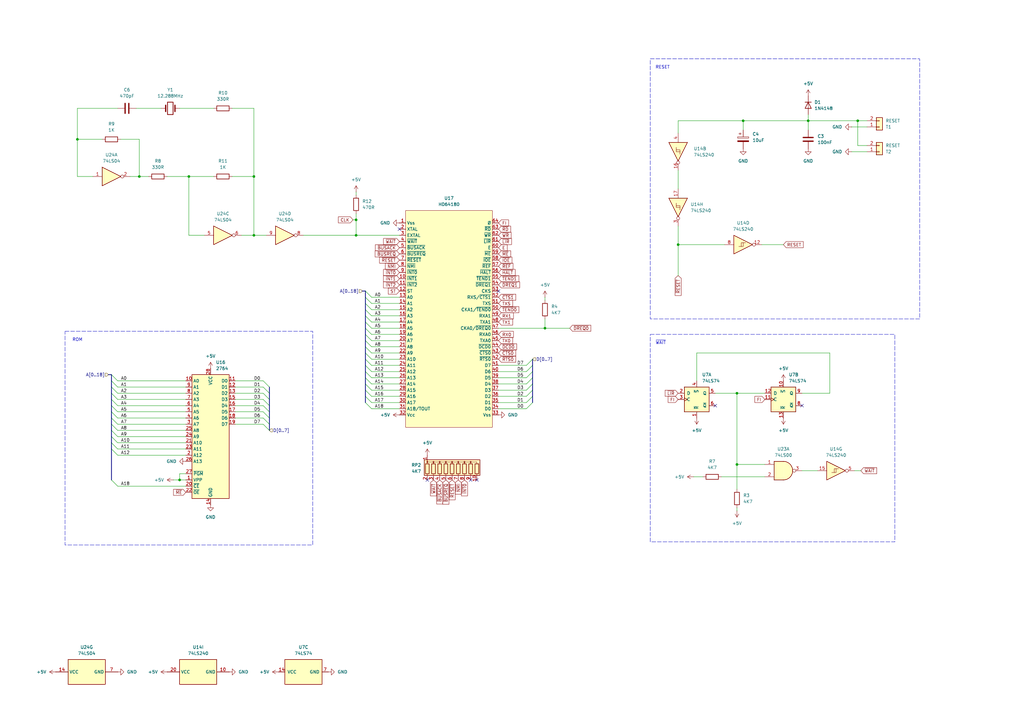
<source format=kicad_sch>
(kicad_sch (version 20231120) (generator "eeschema") (generator_version "8.0")
  (paper "A3")
  (lib_symbols
    (symbol "74xx:74LS00" (pin_names (offset 1.016))
      (property "Reference" "U" (at 0 1.27 0))
      (property "Value" "74LS00" (at 0 -1.27 0))
      (symbol "74LS00_1_1"
        (pin input line (at -7.62 2.54 0) (length 3.81) (name "~") (number "1"))
        (pin input line (at -7.62 -2.54 0) (length 3.81) (name "~") (number "2"))
        (pin output inverted (at 7.62 0 180) (length 3.81) (name "~") (number "3"))
      )
      (symbol "74LS00_1_2"
        (pin input inverted (at -7.62 2.54 0) (length 4.318) (name "~") (number "1"))
        (pin input inverted (at -7.62 -2.54 0) (length 4.318) (name "~") (number "2"))
        (pin output line (at 7.62 0 180) (length 3.81) (name "~") (number "3"))
      )
      (symbol "74LS00_2_1"
        (pin input line (at -7.62 2.54 0) (length 3.81) (name "~") (number "4"))
        (pin input line (at -7.62 -2.54 0) (length 3.81) (name "~") (number "5"))
        (pin output inverted (at 7.62 0 180) (length 3.81) (name "~") (number "6"))
      )
      (symbol "74LS00_2_2"
        (pin input inverted (at -7.62 2.54 0) (length 4.318) (name "~") (number "4"))
        (pin input inverted (at -7.62 -2.54 0) (length 4.318) (name "~") (number "5"))
        (pin output line (at 7.62 0 180) (length 3.81) (name "~") (number "6"))
      )
      (symbol "74LS00_3_1"
        (pin input line (at -7.62 -2.54 0) (length 3.81) (name "~") (number "10"))
        (pin output inverted (at 7.62 0 180) (length 3.81) (name "~") (number "8"))
        (pin input line (at -7.62 2.54 0) (length 3.81) (name "~") (number "9"))
      )
      (symbol "74LS00_3_2"
        (pin input inverted (at -7.62 -2.54 0) (length 4.318) (name "~") (number "10"))
        (pin output line (at 7.62 0 180) (length 3.81) (name "~") (number "8"))
        (pin input inverted (at -7.62 2.54 0) (length 4.318) (name "~") (number "9"))
      )
      (symbol "74LS00_4_1"
        (pin output inverted (at 7.62 0 180) (length 3.81) (name "~") (number "11"))
        (pin input line (at -7.62 2.54 0) (length 3.81) (name "~") (number "12"))
        (pin input line (at -7.62 -2.54 0) (length 3.81) (name "~") (number "13"))
      )
      (symbol "74LS00_4_2"
        (pin output line (at 7.62 0 180) (length 3.81) (name "~") (number "11"))
        (pin input inverted (at -7.62 2.54 0) (length 4.318) (name "~") (number "12"))
        (pin input inverted (at -7.62 -2.54 0) (length 4.318) (name "~") (number "13"))
      )
      (symbol "74LS00_5_0"
        (pin power_in line (at 0 12.7 270) (length 5.08) (name "VCC") (number "14"))
        (pin power_in line (at 0 -12.7 90) (length 5.08) (name "GND") (number "7"))
      )
    )
    (symbol "74xx:74LS04"
      (property "Reference" "U" (at 0 1.27 0))
      (property "Value" "74LS04" (at 0 -1.27 0))
      (symbol "74LS04_1_0"
        (pin input line (at -7.62 0 0) (length 3.81) (name "~") (number "1"))
        (pin output inverted (at 7.62 0 180) (length 3.81) (name "~") (number "2"))
      )
      (symbol "74LS04_2_0"
        (pin input line (at -7.62 0 0) (length 3.81) (name "~") (number "3"))
        (pin output inverted (at 7.62 0 180) (length 3.81) (name "~") (number "4"))
      )
      (symbol "74LS04_3_0"
        (pin input line (at -7.62 0 0) (length 3.81) (name "~") (number "5"))
        (pin output inverted (at 7.62 0 180) (length 3.81) (name "~") (number "6"))
      )
      (symbol "74LS04_4_0"
        (pin output inverted (at 7.62 0 180) (length 3.81) (name "~") (number "8"))
        (pin input line (at -7.62 0 0) (length 3.81) (name "~") (number "9"))
      )
      (symbol "74LS04_5_0"
        (pin output inverted (at 7.62 0 180) (length 3.81) (name "~") (number "10"))
        (pin input line (at -7.62 0 0) (length 3.81) (name "~") (number "11"))
      )
      (symbol "74LS04_6_0"
        (pin output inverted (at 7.62 0 180) (length 3.81) (name "~") (number "12"))
        (pin input line (at -7.62 0 0) (length 3.81) (name "~") (number "13"))
      )
      (symbol "74LS04_7_0"
        (pin power_in line (at 0 12.7 270) (length 5.08) (name "VCC") (number "14"))
        (pin power_in line (at 0 -12.7 90) (length 5.08) (name "GND") (number "7"))
      )
    )
    (symbol "74xx:74LS240_Split"
      (property "Reference" "U" (at 0 1.27 0))
      (property "Value" "74LS240_Split" (at 0 -1.27 0))
      (symbol "74LS240_Split_1_0"
        (pin input inverted (at 0 -6.35 90) (length 4.445) (name "~") (number "1"))
        (pin tri_state inverted (at 7.62 0 180) (length 3.81) (name "~") (number "18"))
        (pin input line (at -7.62 0 0) (length 3.81) (name "~") (number "2"))
      )
      (symbol "74LS240_Split_2_0"
        (pin tri_state inverted (at 7.62 0 180) (length 3.81) (name "~") (number "16"))
        (pin input line (at -7.62 0 0) (length 3.81) (name "~") (number "4"))
      )
      (symbol "74LS240_Split_3_0"
        (pin tri_state inverted (at 7.62 0 180) (length 3.81) (name "~") (number "14"))
        (pin input line (at -7.62 0 0) (length 3.81) (name "~") (number "6"))
      )
      (symbol "74LS240_Split_4_0"
        (pin tri_state inverted (at 7.62 0 180) (length 3.81) (name "~") (number "12"))
        (pin input line (at -7.62 0 0) (length 3.81) (name "~") (number "8"))
      )
      (symbol "74LS240_Split_5_0"
        (pin input line (at -7.62 0 0) (length 3.81) (name "~") (number "11"))
        (pin input inverted (at 0 -6.35 90) (length 4.445) (name "~") (number "19"))
        (pin tri_state inverted (at 7.62 0 180) (length 3.81) (name "~") (number "9"))
      )
      (symbol "74LS240_Split_6_0"
        (pin input line (at -7.62 0 0) (length 3.81) (name "~") (number "13"))
        (pin tri_state inverted (at 7.62 0 180) (length 3.81) (name "~") (number "7"))
      )
      (symbol "74LS240_Split_7_0"
        (pin input line (at -7.62 0 0) (length 3.81) (name "~") (number "15"))
        (pin tri_state inverted (at 7.62 0 180) (length 3.81) (name "~") (number "5"))
      )
      (symbol "74LS240_Split_8_0"
        (pin input line (at -7.62 0 0) (length 3.81) (name "~") (number "17"))
        (pin tri_state inverted (at 7.62 0 180) (length 3.81) (name "~") (number "3"))
      )
      (symbol "74LS240_Split_9_0"
        (pin power_in line (at 0 -12.7 90) (length 5.08) (name "GND") (number "10"))
        (pin power_in line (at 0 12.7 270) (length 5.08) (name "VCC") (number "20"))
      )
    )
    (symbol "74xx:74LS74" (pin_names (offset 1.016))
      (property "Reference" "U" (at -7.62 8.89 0))
      (property "Value" "74LS74" (at -7.62 -8.89 0))
      (symbol "74LS74_1_0"
        (pin input line (at 0 -7.62 90) (length 2.54) (name "~{R}") (number "1"))
        (pin input line (at -7.62 2.54 0) (length 2.54) (name "D") (number "2"))
        (pin input clock (at -7.62 0 0) (length 2.54) (name "C") (number "3"))
        (pin input line (at 0 7.62 270) (length 2.54) (name "~{S}") (number "4"))
        (pin output line (at 7.62 2.54 180) (length 2.54) (name "Q") (number "5"))
        (pin output line (at 7.62 -2.54 180) (length 2.54) (name "~{Q}") (number "6"))
      )
      (symbol "74LS74_2_0"
        (pin input line (at 0 7.62 270) (length 2.54) (name "~{S}") (number "10"))
        (pin input clock (at -7.62 0 0) (length 2.54) (name "C") (number "11"))
        (pin input line (at -7.62 2.54 0) (length 2.54) (name "D") (number "12"))
        (pin input line (at 0 -7.62 90) (length 2.54) (name "~{R}") (number "13"))
        (pin output line (at 7.62 -2.54 180) (length 2.54) (name "~{Q}") (number "8"))
        (pin output line (at 7.62 2.54 180) (length 2.54) (name "Q") (number "9"))
      )
      (symbol "74LS74_3_0"
        (pin power_in line (at 0 10.16 270) (length 2.54) (name "VCC") (number "14"))
        (pin power_in line (at 0 -10.16 90) (length 2.54) (name "GND") (number "7"))
      )
    )
    (symbol "Connector_Generic:Conn_01x02" (pin_names (offset 1.016) hide)
      (property "Reference" "J" (at 0 2.54 0))
      (property "Value" "Conn_01x02" (at 0 -5.08 0))
      (symbol "Conn_01x02_1_1"
        (pin passive line (at -5.08 0 0) (length 3.81) (name "Pin_1") (number "1"))
        (pin passive line (at -5.08 -2.54 0) (length 3.81) (name "Pin_2") (number "2"))
      )
    )
    (symbol "Device:C" (pin_numbers hide) (pin_names (offset 0.254))
      (property "Reference" "C" (at 0.635 2.54 0))
      (property "Value" "C" (at 0.635 -2.54 0))
      (symbol "C_1_1"
        (pin passive line (at 0 3.81 270) (length 2.794) (name "~") (number "1"))
        (pin passive line (at 0 -3.81 90) (length 2.794) (name "~") (number "2"))
      )
    )
    (symbol "Device:C_Polarized" (pin_numbers hide) (pin_names (offset 0.254))
      (property "Reference" "C" (at 0.635 2.54 0))
      (property "Value" "C_Polarized" (at 0.635 -2.54 0))
      (symbol "C_Polarized_1_1"
        (pin passive line (at 0 3.81 270) (length 2.794) (name "~") (number "1"))
        (pin passive line (at 0 -3.81 90) (length 2.794) (name "~") (number "2"))
      )
    )
    (symbol "Device:Crystal" (pin_numbers hide) (pin_names (offset 1.016) hide)
      (property "Reference" "Y" (at 0 3.81 0))
      (property "Value" "Crystal" (at 0 -3.81 0))
      (symbol "Crystal_1_1"
        (pin passive line (at -3.81 0 0) (length 1.27) (name "1") (number "1"))
        (pin passive line (at 3.81 0 180) (length 1.27) (name "2") (number "2"))
      )
    )
    (symbol "Device:R" (pin_numbers hide) (pin_names (offset 0))
      (property "Reference" "R" (at 2.032 0 90))
      (property "Value" "R" (at 0 0 90))
      (symbol "R_1_1"
        (pin passive line (at 0 3.81 270) (length 1.27) (name "~") (number "1"))
        (pin passive line (at 0 -3.81 90) (length 1.27) (name "~") (number "2"))
      )
    )
    (symbol "Device:R_Network09" (pin_names (offset 0) hide)
      (property "Reference" "RN" (at -12.7 0 90))
      (property "Value" "R_Network09" (at 12.7 0 90))
      (symbol "R_Network09_1_1"
        (pin passive line (at -10.16 5.08 270) (length 2.54) (name "common") (number "1"))
        (pin passive line (at 10.16 -5.08 90) (length 1.27) (name "R9") (number "10"))
        (pin passive line (at -10.16 -5.08 90) (length 1.27) (name "R1") (number "2"))
        (pin passive line (at -7.62 -5.08 90) (length 1.27) (name "R2") (number "3"))
        (pin passive line (at -5.08 -5.08 90) (length 1.27) (name "R3") (number "4"))
        (pin passive line (at -2.54 -5.08 90) (length 1.27) (name "R4") (number "5"))
        (pin passive line (at 0 -5.08 90) (length 1.27) (name "R5") (number "6"))
        (pin passive line (at 2.54 -5.08 90) (length 1.27) (name "R6") (number "7"))
        (pin passive line (at 5.08 -5.08 90) (length 1.27) (name "R7") (number "8"))
        (pin passive line (at 7.62 -5.08 90) (length 1.27) (name "R8") (number "9"))
      )
    )
    (symbol "Diode:1N4148" (pin_numbers hide) (pin_names hide)
      (property "Reference" "D" (at 0 2.54 0))
      (property "Value" "1N4148" (at 0 -2.54 0))
      (symbol "1N4148_1_1"
        (pin passive line (at -3.81 0 0) (length 2.54) (name "K") (number "1"))
        (pin passive line (at 3.81 0 180) (length 2.54) (name "A") (number "2"))
      )
    )
    (symbol "Memory_EPROM:27C128"
      (property "Reference" "U" (at -7.62 26.67 0))
      (property "Value" "27C128" (at 2.54 -26.67 0))
      (symbol "27C128_1_1"
        (pin input line (at -10.16 -17.78 0) (length 2.54) (name "VPP") (number "1"))
        (pin input line (at -10.16 22.86 0) (length 2.54) (name "A0") (number "10"))
        (pin tri_state line (at 10.16 22.86 180) (length 2.54) (name "D0") (number "11"))
        (pin tri_state line (at 10.16 20.32 180) (length 2.54) (name "D1") (number "12"))
        (pin tri_state line (at 10.16 17.78 180) (length 2.54) (name "D2") (number "13"))
        (pin power_in line (at 0 -27.94 90) (length 2.54) (name "GND") (number "14"))
        (pin tri_state line (at 10.16 15.24 180) (length 2.54) (name "D3") (number "15"))
        (pin tri_state line (at 10.16 12.7 180) (length 2.54) (name "D4") (number "16"))
        (pin tri_state line (at 10.16 10.16 180) (length 2.54) (name "D5") (number "17"))
        (pin tri_state line (at 10.16 7.62 180) (length 2.54) (name "D6") (number "18"))
        (pin tri_state line (at 10.16 5.08 180) (length 2.54) (name "D7") (number "19"))
        (pin input line (at -10.16 -7.62 0) (length 2.54) (name "A12") (number "2"))
        (pin input line (at -10.16 -20.32 0) (length 2.54) (name "~{CE}") (number "20"))
        (pin input line (at -10.16 -2.54 0) (length 2.54) (name "A10") (number "21"))
        (pin input line (at -10.16 -22.86 0) (length 2.54) (name "~{OE}") (number "22"))
        (pin input line (at -10.16 -5.08 0) (length 2.54) (name "A11") (number "23"))
        (pin input line (at -10.16 0 0) (length 2.54) (name "A9") (number "24"))
        (pin input line (at -10.16 2.54 0) (length 2.54) (name "A8") (number "25"))
        (pin input line (at -10.16 -10.16 0) (length 2.54) (name "A13") (number "26"))
        (pin input line (at -10.16 -15.24 0) (length 2.54) (name "~{PGM}") (number "27"))
        (pin power_in line (at 0 27.94 270) (length 2.54) (name "VCC") (number "28"))
        (pin input line (at -10.16 5.08 0) (length 2.54) (name "A7") (number "3"))
        (pin input line (at -10.16 7.62 0) (length 2.54) (name "A6") (number "4"))
        (pin input line (at -10.16 10.16 0) (length 2.54) (name "A5") (number "5"))
        (pin input line (at -10.16 12.7 0) (length 2.54) (name "A4") (number "6"))
        (pin input line (at -10.16 15.24 0) (length 2.54) (name "A3") (number "7"))
        (pin input line (at -10.16 17.78 0) (length 2.54) (name "A2") (number "8"))
        (pin input line (at -10.16 20.32 0) (length 2.54) (name "A1") (number "9"))
      )
    )
    (symbol "TIM011:HD64180"
      (property "Reference" "U" (at 5.08 -46.482 0))
      (property "Value" "HD64180" (at 5.08 -48.514 0))
      (symbol "HD64180_0_0"
        (pin power_in line (at -20.32 39.37 0) (length 2.54) (name "Vss") (number "1"))
        (pin input line (at -20.32 16.51 0) (length 2.54) (name "~{INT1}") (number "10"))
        (pin input line (at -20.32 13.97 0) (length 2.54) (name "~{INT2}") (number "11"))
        (pin output line (at -20.32 11.43 0) (length 2.54) (name "ST") (number "12"))
        (pin output line (at -20.32 8.89 0) (length 2.54) (name "A0") (number "13"))
        (pin output line (at -20.32 6.35 0) (length 2.54) (name "A1") (number "14"))
        (pin output line (at -20.32 3.81 0) (length 2.54) (name "A2") (number "15"))
        (pin output line (at -20.32 1.27 0) (length 2.54) (name "A3") (number "16"))
        (pin output line (at -20.32 -1.27 0) (length 2.54) (name "A4") (number "17"))
        (pin output line (at -20.32 -3.81 0) (length 2.54) (name "A5") (number "18"))
        (pin output line (at -20.32 -6.35 0) (length 2.54) (name "A6") (number "19"))
        (pin input line (at -20.32 36.83 0) (length 2.54) (name "XTAL") (number "2"))
        (pin output line (at -20.32 -8.89 0) (length 2.54) (name "A7") (number "20"))
        (pin output line (at -20.32 -11.43 0) (length 2.54) (name "A8") (number "21"))
        (pin output line (at -20.32 -13.97 0) (length 2.54) (name "A9") (number "22"))
        (pin output line (at -20.32 -16.51 0) (length 2.54) (name "A10") (number "23"))
        (pin output line (at -20.32 -19.05 0) (length 2.54) (name "A11") (number "24"))
        (pin output line (at -20.32 -21.59 0) (length 2.54) (name "A12") (number "25"))
        (pin output line (at -20.32 -24.13 0) (length 2.54) (name "A13") (number "26"))
        (pin output line (at -20.32 -26.67 0) (length 2.54) (name "A14") (number "27"))
        (pin output line (at -20.32 -29.21 0) (length 2.54) (name "A15") (number "28"))
        (pin output line (at -20.32 -31.75 0) (length 2.54) (name "A16") (number "29"))
        (pin input line (at -20.32 34.29 0) (length 2.54) (name "EXTAL") (number "3"))
        (pin output line (at -20.32 -34.29 0) (length 2.54) (name "A17") (number "30"))
        (pin output line (at -20.32 -36.83 0) (length 2.54) (name "A18/TOUT") (number "31"))
        (pin power_in line (at -20.32 -39.37 0) (length 2.54) (name "Vcc") (number "32"))
        (pin power_in line (at 20.32 -39.37 180) (length 2.54) (name "Vss") (number "33"))
        (pin bidirectional line (at 20.32 -36.83 180) (length 2.54) (name "D0") (number "34"))
        (pin bidirectional line (at 20.32 -34.29 180) (length 2.54) (name "D1") (number "35"))
        (pin bidirectional line (at 20.32 -31.75 180) (length 2.54) (name "D2") (number "36"))
        (pin bidirectional line (at 20.32 -29.21 180) (length 2.54) (name "D3") (number "37"))
        (pin bidirectional line (at 20.32 -26.67 180) (length 2.54) (name "D4") (number "38"))
        (pin bidirectional line (at 20.32 -24.13 180) (length 2.54) (name "D5") (number "39"))
        (pin output line (at -20.32 31.75 0) (length 2.54) (name "~{WAIT}") (number "4"))
        (pin bidirectional line (at 20.32 -21.59 180) (length 2.54) (name "D6") (number "40"))
        (pin bidirectional line (at 20.32 -19.05 180) (length 2.54) (name "D7") (number "41"))
        (pin input line (at 20.32 -13.97 180) (length 2.54) (name "~{CTS0}") (number "43"))
        (pin input line (at 20.32 -11.43 180) (length 2.54) (name "~{DCD0}") (number "44"))
        (pin output line (at 20.32 -8.89 180) (length 2.54) (name "TXA0") (number "45"))
        (pin input line (at 20.32 -6.35 180) (length 2.54) (name "RXA0") (number "46"))
        (pin bidirectional line (at 20.32 -3.81 180) (length 2.54) (name "CKA0/~{DREQ0}") (number "47"))
        (pin output line (at 20.32 -1.27 180) (length 2.54) (name "TXA1") (number "48"))
        (pin input line (at 20.32 1.27 180) (length 2.54) (name "RXA1") (number "49"))
        (pin output line (at -20.32 29.21 0) (length 2.54) (name "~{BUSACK}") (number "5"))
        (pin bidirectional line (at 20.32 3.81 180) (length 2.54) (name "CKA1/~{TEND0}") (number "50"))
        (pin output line (at 20.32 6.35 180) (length 2.54) (name "TXS") (number "51"))
        (pin input line (at 20.32 8.89 180) (length 2.54) (name "RXS/~{CTS1}") (number "52"))
        (pin bidirectional line (at 20.32 11.43 180) (length 2.54) (name "CKS") (number "53"))
        (pin input line (at 20.32 13.97 180) (length 2.54) (name "~{DREQ1}") (number "54"))
        (pin output line (at 20.32 16.51 180) (length 2.54) (name "~{TEND1}") (number "55"))
        (pin output line (at 20.32 19.05 180) (length 2.54) (name "~{HALT}") (number "56"))
        (pin output line (at 20.32 21.59 180) (length 2.54) (name "~{REF}") (number "57"))
        (pin output line (at 20.32 24.13 180) (length 2.54) (name "~{IOE}") (number "58"))
        (pin output line (at 20.32 26.67 180) (length 2.54) (name "~{ME}") (number "59"))
        (pin input line (at -20.32 26.67 0) (length 2.54) (name "~{BUSREQ}") (number "6"))
        (pin output line (at 20.32 29.21 180) (length 2.54) (name "E") (number "60"))
        (pin output line (at 20.32 31.75 180) (length 2.54) (name "~{LIR}") (number "61"))
        (pin output line (at 20.32 34.29 180) (length 2.54) (name "~{WR}") (number "62"))
        (pin output line (at 20.32 36.83 180) (length 2.54) (name "~{RD}") (number "63"))
        (pin output line (at 20.32 39.37 180) (length 2.54) (name "Ø") (number "64"))
        (pin input line (at -20.32 24.13 0) (length 2.54) (name "~{RESET}") (number "7"))
        (pin input line (at -20.32 21.59 0) (length 2.54) (name "~{NMI}") (number "8"))
        (pin input line (at -20.32 19.05 0) (length 2.54) (name "~{INT0}") (number "9"))
      )
      (symbol "HD64180_1_0"
        (pin output line (at 20.32 -16.51 180) (length 2.54) (name "~{RTS0}") (number "42"))
      )
    )
    (symbol "power:+5V" (power) (pin_numbers hide) (pin_names (offset 0) hide)
      (property "Value" "+5V" (at 0 3.556 0))
      (symbol "+5V_1_1"
        (pin power_in line (at 0 0 90) (length 0) (name "~") (number "1"))
      )
    )
    (symbol "power:GND" (power) (pin_numbers hide) (pin_names (offset 0) hide)
      (property "Value" "GND" (at 0 -3.81 0))
      (symbol "GND_1_1"
        (pin power_in line (at 0 0 270) (length 0) (name "~") (number "1"))
      )
    )
  )
  (junction (at 351.79 49.53))
  (junction (at 104.14 72.39))
  (junction (at 304.8 49.53))
  (junction (at 331.47 49.53))
  (junction (at 57.15 72.39))
  (junction (at 104.14 96.52))
  (junction (at 278.13 100.33))
  (junction (at 146.05 90.17))
  (junction (at 77.47 72.39))
  (junction (at 223.52 134.62))
  (junction (at 73.66 196.85))
  (junction (at 146.05 96.52))
  (junction (at 302.26 161.29))
  (junction (at 302.26 190.5))
  (junction (at 31.75 57.15))
  (no_connect (at 175.26 196.85))
  (no_connect (at 195.58 196.85))
  (no_connect (at 328.93 166.37))
  (no_connect (at 204.47 119.38))
  (no_connect (at 293.37 166.37))
  (no_connect (at 193.04 196.85))
  (no_connect (at 163.83 93.98))
  (bus_entry (at 149.86 157.48) (size 2.54 2.54))
  (bus_entry (at 149.86 132.08) (size 2.54 2.54))
  (bus_entry (at 149.86 137.16) (size 2.54 2.54))
  (bus_entry (at 149.86 160.02) (size 2.54 2.54))
  (bus_entry (at 107.95 158.75) (size 2.54 2.54))
  (bus_entry (at 149.86 162.56) (size 2.54 2.54))
  (bus_entry (at 149.86 134.62) (size 2.54 2.54))
  (bus_entry (at 107.95 163.83) (size 2.54 2.54))
  (bus_entry (at 45.72 196.85) (size 2.54 2.54))
  (bus_entry (at 107.95 166.37) (size 2.54 2.54))
  (bus_entry (at 107.95 168.91) (size 2.54 2.54))
  (bus_entry (at 215.9 160.02) (size 2.54 -2.54))
  (bus_entry (at 45.72 158.75) (size 2.54 2.54))
  (bus_entry (at 215.9 157.48) (size 2.54 -2.54))
  (bus_entry (at 45.72 176.53) (size 2.54 2.54))
  (bus_entry (at 215.9 149.86) (size 2.54 -2.54))
  (bus_entry (at 215.9 152.4) (size 2.54 -2.54))
  (bus_entry (at 149.86 124.46) (size 2.54 2.54))
  (bus_entry (at 45.72 168.91) (size 2.54 2.54))
  (bus_entry (at 149.86 142.24) (size 2.54 2.54))
  (bus_entry (at 149.86 165.1) (size 2.54 2.54))
  (bus_entry (at 149.86 129.54) (size 2.54 2.54))
  (bus_entry (at 149.86 127) (size 2.54 2.54))
  (bus_entry (at 149.86 144.78) (size 2.54 2.54))
  (bus_entry (at 107.95 171.45) (size 2.54 2.54))
  (bus_entry (at 45.72 181.61) (size 2.54 2.54))
  (bus_entry (at 149.86 121.92) (size 2.54 2.54))
  (bus_entry (at 107.95 173.99) (size 2.54 2.54))
  (bus_entry (at 45.72 179.07) (size 2.54 2.54))
  (bus_entry (at 45.72 171.45) (size 2.54 2.54))
  (bus_entry (at 215.9 165.1) (size 2.54 -2.54))
  (bus_entry (at 215.9 167.64) (size 2.54 -2.54))
  (bus_entry (at 45.72 184.15) (size 2.54 2.54))
  (bus_entry (at 45.72 173.99) (size 2.54 2.54))
  (bus_entry (at 215.9 154.94) (size 2.54 -2.54))
  (bus_entry (at 149.86 154.94) (size 2.54 2.54))
  (bus_entry (at 107.95 156.21) (size 2.54 2.54))
  (bus_entry (at 149.86 147.32) (size 2.54 2.54))
  (bus_entry (at 149.86 139.7) (size 2.54 2.54))
  (bus_entry (at 149.86 149.86) (size 2.54 2.54))
  (bus_entry (at 215.9 162.56) (size 2.54 -2.54))
  (bus_entry (at 45.72 161.29) (size 2.54 2.54))
  (bus_entry (at 45.72 163.83) (size 2.54 2.54))
  (bus_entry (at 107.95 161.29) (size 2.54 2.54))
  (bus_entry (at 45.72 166.37) (size 2.54 2.54))
  (bus_entry (at 149.86 119.38) (size 2.54 2.54))
  (bus_entry (at 45.72 156.21) (size 2.54 2.54))
  (bus_entry (at 45.72 153.67) (size 2.54 2.54))
  (bus_entry (at 149.86 152.4) (size 2.54 2.54))
  (bus (pts (xy 149.86 152.4) (xy 149.86 154.94)))
  (bus (pts (xy 110.49 173.99) (xy 110.49 171.45)))
  (wire (pts (xy 76.2 194.31) (xy 73.66 194.31)))
  (wire (pts (xy 152.4 157.48) (xy 163.83 157.48)))
  (wire (pts (xy 96.52 161.29) (xy 107.95 161.29)))
  (wire (pts (xy 104.14 96.52) (xy 109.22 96.52)))
  (wire (pts (xy 104.14 44.45) (xy 104.14 72.39)))
  (bus (pts (xy 110.49 161.29) (xy 110.49 158.75)))
  (bus (pts (xy 149.86 162.56) (xy 149.86 165.1)))
  (wire (pts (xy 204.47 157.48) (xy 215.9 157.48)))
  (wire (pts (xy 152.4 149.86) (xy 163.83 149.86)))
  (wire (pts (xy 152.4 147.32) (xy 163.83 147.32)))
  (wire (pts (xy 48.26 199.39) (xy 76.2 199.39)))
  (wire (pts (xy 96.52 156.21) (xy 107.95 156.21)))
  (wire (pts (xy 124.46 96.52) (xy 146.05 96.52)))
  (wire (pts (xy 331.47 49.53) (xy 351.79 49.53)))
  (wire (pts (xy 38.1 72.39) (xy 31.75 72.39)))
  (wire (pts (xy 48.26 161.29) (xy 76.2 161.29)))
  (bus (pts (xy 45.72 156.21) (xy 45.72 158.75)))
  (wire (pts (xy 304.8 49.53) (xy 304.8 53.34)))
  (wire (pts (xy 302.26 161.29) (xy 313.69 161.29)))
  (bus (pts (xy 45.72 176.53) (xy 45.72 179.07)))
  (wire (pts (xy 152.4 154.94) (xy 163.83 154.94)))
  (bus (pts (xy 149.86 119.38) (xy 149.86 121.92)))
  (bus (pts (xy 149.86 129.54) (xy 149.86 132.08)))
  (wire (pts (xy 152.4 127) (xy 163.83 127)))
  (bus (pts (xy 45.72 168.91) (xy 45.72 171.45)))
  (wire (pts (xy 48.26 176.53) (xy 76.2 176.53)))
  (wire (pts (xy 96.52 168.91) (xy 107.95 168.91)))
  (wire (pts (xy 95.25 44.45) (xy 104.14 44.45)))
  (wire (pts (xy 340.36 161.29) (xy 328.93 161.29)))
  (wire (pts (xy 48.26 186.69) (xy 76.2 186.69)))
  (wire (pts (xy 48.26 168.91) (xy 76.2 168.91)))
  (bus (pts (xy 149.86 139.7) (xy 149.86 142.24)))
  (wire (pts (xy 152.4 165.1) (xy 163.83 165.1)))
  (wire (pts (xy 73.66 44.45) (xy 87.63 44.45)))
  (wire (pts (xy 285.75 156.21) (xy 285.75 144.78)))
  (wire (pts (xy 204.47 165.1) (xy 215.9 165.1)))
  (bus (pts (xy 149.86 127) (xy 149.86 129.54)))
  (wire (pts (xy 83.82 96.52) (xy 77.47 96.52)))
  (bus (pts (xy 45.72 173.99) (xy 45.72 176.53)))
  (wire (pts (xy 233.68 134.62) (xy 223.52 134.62)))
  (bus (pts (xy 149.86 142.24) (xy 149.86 144.78)))
  (bus (pts (xy 44.45 153.67) (xy 45.72 153.67)))
  (wire (pts (xy 53.34 72.39) (xy 57.15 72.39)))
  (wire (pts (xy 223.52 121.92) (xy 223.52 123.19)))
  (wire (pts (xy 204.47 152.4) (xy 215.9 152.4)))
  (wire (pts (xy 302.26 190.5) (xy 302.26 200.66)))
  (wire (pts (xy 278.13 49.53) (xy 278.13 54.61)))
  (wire (pts (xy 73.66 196.85) (xy 76.2 196.85)))
  (wire (pts (xy 313.69 190.5) (xy 302.26 190.5)))
  (wire (pts (xy 152.4 142.24) (xy 163.83 142.24)))
  (wire (pts (xy 57.15 72.39) (xy 60.96 72.39)))
  (bus (pts (xy 149.86 137.16) (xy 149.86 139.7)))
  (bus (pts (xy 218.44 162.56) (xy 218.44 165.1)))
  (wire (pts (xy 48.26 163.83) (xy 76.2 163.83)))
  (wire (pts (xy 48.26 171.45) (xy 76.2 171.45)))
  (wire (pts (xy 31.75 57.15) (xy 41.91 57.15)))
  (wire (pts (xy 302.26 190.5) (xy 302.26 161.29)))
  (wire (pts (xy 48.26 156.21) (xy 76.2 156.21)))
  (wire (pts (xy 31.75 72.39) (xy 31.75 57.15)))
  (bus (pts (xy 110.49 166.37) (xy 110.49 163.83)))
  (bus (pts (xy 149.86 154.94) (xy 149.86 157.48)))
  (wire (pts (xy 302.26 209.55) (xy 302.26 208.28)))
  (wire (pts (xy 55.88 44.45) (xy 66.04 44.45)))
  (wire (pts (xy 351.79 59.69) (xy 351.79 49.53)))
  (wire (pts (xy 68.58 72.39) (xy 77.47 72.39)))
  (wire (pts (xy 355.6 59.69) (xy 351.79 59.69)))
  (bus (pts (xy 218.44 157.48) (xy 218.44 160.02)))
  (bus (pts (xy 148.59 119.38) (xy 149.86 119.38)))
  (wire (pts (xy 349.25 52.07) (xy 355.6 52.07)))
  (wire (pts (xy 204.47 154.94) (xy 215.9 154.94)))
  (wire (pts (xy 144.78 90.17) (xy 146.05 90.17)))
  (bus (pts (xy 45.72 153.67) (xy 45.72 156.21)))
  (bus (pts (xy 110.49 168.91) (xy 110.49 166.37)))
  (wire (pts (xy 278.13 100.33) (xy 278.13 113.03)))
  (wire (pts (xy 204.47 149.86) (xy 215.9 149.86)))
  (bus (pts (xy 149.86 132.08) (xy 149.86 134.62)))
  (bus (pts (xy 45.72 184.15) (xy 45.72 196.85)))
  (wire (pts (xy 152.4 137.16) (xy 163.83 137.16)))
  (wire (pts (xy 96.52 173.99) (xy 107.95 173.99)))
  (wire (pts (xy 349.25 62.23) (xy 355.6 62.23)))
  (wire (pts (xy 146.05 90.17) (xy 146.05 96.52)))
  (wire (pts (xy 304.8 49.53) (xy 278.13 49.53)))
  (wire (pts (xy 353.06 193.04) (xy 350.52 193.04)))
  (wire (pts (xy 152.4 167.64) (xy 163.83 167.64)))
  (bus (pts (xy 218.44 147.32) (xy 218.44 149.86)))
  (bus (pts (xy 45.72 166.37) (xy 45.72 168.91)))
  (wire (pts (xy 278.13 92.71) (xy 278.13 100.33)))
  (wire (pts (xy 152.4 139.7) (xy 163.83 139.7)))
  (wire (pts (xy 49.53 57.15) (xy 57.15 57.15)))
  (bus (pts (xy 149.86 124.46) (xy 149.86 127)))
  (bus (pts (xy 45.72 161.29) (xy 45.72 163.83)))
  (wire (pts (xy 48.26 158.75) (xy 76.2 158.75)))
  (wire (pts (xy 96.52 166.37) (xy 107.95 166.37)))
  (wire (pts (xy 48.26 166.37) (xy 76.2 166.37)))
  (wire (pts (xy 152.4 129.54) (xy 163.83 129.54)))
  (wire (pts (xy 204.47 160.02) (xy 215.9 160.02)))
  (wire (pts (xy 223.52 134.62) (xy 204.47 134.62)))
  (wire (pts (xy 340.36 144.78) (xy 340.36 161.29)))
  (wire (pts (xy 31.75 57.15) (xy 31.75 44.45)))
  (wire (pts (xy 77.47 96.52) (xy 77.47 72.39)))
  (bus (pts (xy 149.86 147.32) (xy 149.86 149.86)))
  (wire (pts (xy 48.26 184.15) (xy 76.2 184.15)))
  (bus (pts (xy 218.44 154.94) (xy 218.44 157.48)))
  (wire (pts (xy 152.4 124.46) (xy 163.83 124.46)))
  (bus (pts (xy 218.44 149.86) (xy 218.44 152.4)))
  (wire (pts (xy 152.4 132.08) (xy 163.83 132.08)))
  (bus (pts (xy 45.72 181.61) (xy 45.72 184.15)))
  (wire (pts (xy 146.05 96.52) (xy 163.83 96.52)))
  (bus (pts (xy 110.49 163.83) (xy 110.49 161.29)))
  (wire (pts (xy 48.26 179.07) (xy 76.2 179.07)))
  (wire (pts (xy 204.47 162.56) (xy 215.9 162.56)))
  (bus (pts (xy 45.72 179.07) (xy 45.72 181.61)))
  (wire (pts (xy 152.4 121.92) (xy 163.83 121.92)))
  (wire (pts (xy 31.75 44.45) (xy 48.26 44.45)))
  (bus (pts (xy 45.72 171.45) (xy 45.72 173.99)))
  (wire (pts (xy 152.4 144.78) (xy 163.83 144.78)))
  (bus (pts (xy 45.72 158.75) (xy 45.72 161.29)))
  (wire (pts (xy 57.15 57.15) (xy 57.15 72.39)))
  (wire (pts (xy 77.47 72.39) (xy 87.63 72.39)))
  (wire (pts (xy 95.25 72.39) (xy 104.14 72.39)))
  (wire (pts (xy 146.05 78.74) (xy 146.05 80.01)))
  (wire (pts (xy 96.52 171.45) (xy 107.95 171.45)))
  (wire (pts (xy 48.26 173.99) (xy 76.2 173.99)))
  (wire (pts (xy 71.12 196.85) (xy 73.66 196.85)))
  (bus (pts (xy 110.49 176.53) (xy 110.49 173.99)))
  (wire (pts (xy 96.52 163.83) (xy 107.95 163.83)))
  (bus (pts (xy 218.44 160.02) (xy 218.44 162.56)))
  (wire (pts (xy 351.79 49.53) (xy 355.6 49.53)))
  (wire (pts (xy 146.05 87.63) (xy 146.05 90.17)))
  (bus (pts (xy 149.86 157.48) (xy 149.86 160.02)))
  (wire (pts (xy 204.47 167.64) (xy 215.9 167.64)))
  (wire (pts (xy 331.47 49.53) (xy 331.47 46.99)))
  (wire (pts (xy 48.26 181.61) (xy 76.2 181.61)))
  (wire (pts (xy 99.06 96.52) (xy 104.14 96.52)))
  (wire (pts (xy 331.47 53.34) (xy 331.47 49.53)))
  (wire (pts (xy 295.91 195.58) (xy 313.69 195.58)))
  (wire (pts (xy 293.37 161.29) (xy 302.26 161.29)))
  (wire (pts (xy 223.52 130.81) (xy 223.52 134.62)))
  (wire (pts (xy 335.28 193.04) (xy 328.93 193.04)))
  (wire (pts (xy 312.42 100.33) (xy 321.31 100.33)))
  (bus (pts (xy 45.72 163.83) (xy 45.72 166.37)))
  (bus (pts (xy 149.86 149.86) (xy 149.86 152.4)))
  (wire (pts (xy 152.4 160.02) (xy 163.83 160.02)))
  (wire (pts (xy 331.47 49.53) (xy 304.8 49.53)))
  (wire (pts (xy 152.4 162.56) (xy 163.83 162.56)))
  (bus (pts (xy 218.44 152.4) (xy 218.44 154.94)))
  (wire (pts (xy 278.13 100.33) (xy 297.18 100.33)))
  (wire (pts (xy 285.75 144.78) (xy 340.36 144.78)))
  (wire (pts (xy 284.48 195.58) (xy 288.29 195.58)))
  (wire (pts (xy 278.13 77.47) (xy 278.13 69.85)))
  (bus (pts (xy 149.86 121.92) (xy 149.86 124.46)))
  (bus (pts (xy 110.49 171.45) (xy 110.49 168.91)))
  (wire (pts (xy 73.66 194.31) (xy 73.66 196.85)))
  (bus (pts (xy 149.86 144.78) (xy 149.86 147.32)))
  (wire (pts (xy 152.4 134.62) (xy 163.83 134.62)))
  (wire (pts (xy 96.52 158.75) (xy 107.95 158.75)))
  (bus (pts (xy 149.86 134.62) (xy 149.86 137.16)))
  (wire (pts (xy 104.14 72.39) (xy 104.14 96.52)))
  (bus (pts (xy 149.86 160.02) (xy 149.86 162.56)))
  (wire (pts (xy 152.4 152.4) (xy 163.83 152.4)))
  (rectangle (start 26.67 135.89) (end 128.27 223.52) (stroke (width 0) (type dash)))
  (rectangle (start 266.7 137.16) (end 367.03 222.25) (stroke (width 0) (type dash)))
  (rectangle (start 266.7 24.13) (end 377.19 130.81) (stroke (width 0) (type dash)))
  (text "ROM" (at 31.75 139.446 0) (effects (font (size 1.27 1.27))))
  (text "RESET" (at 271.78 27.686 0) (effects (font (size 1.27 1.27))))
  (text "~{WAIT}" (at 271.018 140.716 0) (effects (font (size 1.27 1.27))))
  (label "A1" (at 153.67 124.46 0))
  (label "A6" (at 153.67 137.16 0))
  (label "A18" (at 153.67 167.64 0))
  (label "D3" (at 104.14 163.83 0))
  (label "D0" (at 104.14 156.21 0))
  (label "A4" (at 153.67 132.08 0))
  (label "A6" (at 49.53 171.45 0))
  (label "D1" (at 212.09 165.1 0))
  (label "D6" (at 104.14 171.45 0))
  (label "A16" (at 153.67 162.56 0))
  (label "D1" (at 104.14 158.75 0))
  (label "A0" (at 49.53 156.21 0))
  (label "A11" (at 153.67 149.86 0))
  (label "A10" (at 49.53 181.61 0))
  (label "A3" (at 49.53 163.83 0))
  (label "A2" (at 49.53 161.29 0))
  (label "A9" (at 153.67 144.78 0))
  (label "D4" (at 212.09 157.48 0))
  (label "A15" (at 153.67 160.02 0))
  (label "D7" (at 104.14 173.99 0))
  (label "A2" (at 153.67 127 0))
  (label "D7" (at 212.09 149.86 0))
  (label "A1" (at 49.53 158.75 0))
  (label "A3" (at 153.67 129.54 0))
  (label "D3" (at 212.09 160.02 0))
  (label "D0" (at 212.09 167.64 0))
  (label "A8" (at 49.53 176.53 0))
  (label "D2" (at 104.14 161.29 0))
  (label "A7" (at 153.67 139.7 0))
  (label "A7" (at 49.53 173.99 0))
  (label "A13" (at 153.67 154.94 0))
  (label "A18" (at 49.53 199.39 0))
  (label "A10" (at 153.67 147.32 0))
  (label "A17" (at 153.67 165.1 0))
  (label "A5" (at 49.53 168.91 0))
  (label "A8" (at 153.67 142.24 0))
  (label "A0" (at 153.67 121.92 0))
  (label "A12" (at 153.67 152.4 0))
  (label "D2" (at 212.09 162.56 0))
  (label "A14" (at 153.67 157.48 0))
  (label "D4" (at 104.14 166.37 0))
  (label "A4" (at 49.53 166.37 0))
  (label "A9" (at 49.53 179.07 0))
  (label "A11" (at 49.53 184.15 0))
  (label "A12" (at 49.53 186.69 0))
  (label "D5" (at 104.14 168.91 0))
  (label "D6" (at 212.09 152.4 0))
  (label "A5" (at 153.67 134.62 0))
  (label "D5" (at 212.09 154.94 0))
  (global_label "~{DREQ0}" (shape input) (at 233.68 134.62 0) (property "Intersheetrefs" "${INTERSHEET_REFS}" (effects (hide yes))))
  (global_label "~{BUSACK}" (shape input) (at 180.34 196.85 270) (property "Intersheetrefs" "${INTERSHEET_REFS}" (effects (hide yes))))
  (global_label "TXS" (shape input) (at 204.47 124.46 0) (property "Intersheetrefs" "${INTERSHEET_REFS}" (effects (hide yes))))
  (global_label "~{DREQ1}" (shape input) (at 204.47 116.84 0) (property "Intersheetrefs" "${INTERSHEET_REFS}" (effects (hide yes))))
  (global_label "TX0" (shape input) (at 204.47 139.7 0) (property "Intersheetrefs" "${INTERSHEET_REFS}" (effects (hide yes))))
  (global_label "TX1" (shape input) (at 204.47 132.08 0) (property "Intersheetrefs" "${INTERSHEET_REFS}" (effects (hide yes))))
  (global_label "~{WAIT}" (shape input) (at 177.8 196.85 270) (property "Intersheetrefs" "${INTERSHEET_REFS}" (effects (hide yes))))
  (global_label "~{INT0}" (shape input) (at 163.83 111.76 180) (property "Intersheetrefs" "${INTERSHEET_REFS}" (effects (hide yes))))
  (global_label "~{RESET}" (shape input) (at 278.13 113.03 270) (property "Intersheetrefs" "${INTERSHEET_REFS}" (effects (hide yes))))
  (global_label "E" (shape input) (at 204.47 101.6 0) (property "Intersheetrefs" "${INTERSHEET_REFS}" (effects (hide yes))))
  (global_label "FI" (shape input) (at 204.47 91.44 0) (property "Intersheetrefs" "${INTERSHEET_REFS}" (effects (hide yes))))
  (global_label "~{TEND1}" (shape input) (at 204.47 114.3 0) (property "Intersheetrefs" "${INTERSHEET_REFS}" (effects (hide yes))))
  (global_label "~{NMI}" (shape input) (at 163.83 109.22 180) (property "Intersheetrefs" "${INTERSHEET_REFS}" (effects (hide yes))))
  (global_label "~{CTS0}" (shape input) (at 204.47 144.78 0) (property "Intersheetrefs" "${INTERSHEET_REFS}" (effects (hide yes))))
  (global_label "~{BUSACK}" (shape input) (at 163.83 101.6 180) (property "Intersheetrefs" "${INTERSHEET_REFS}" (effects (hide yes))))
  (global_label "FI" (shape input) (at 313.69 163.83 180) (property "Intersheetrefs" "${INTERSHEET_REFS}" (effects (hide yes))))
  (global_label "~{BUSREQ}" (shape input) (at 163.83 104.14 180) (property "Intersheetrefs" "${INTERSHEET_REFS}" (effects (hide yes))))
  (global_label "~{INT1}" (shape input) (at 163.83 114.3 180) (property "Intersheetrefs" "${INTERSHEET_REFS}" (effects (hide yes))))
  (global_label "ST" (shape input) (at 163.83 119.38 180) (property "Intersheetrefs" "${INTERSHEET_REFS}" (effects (hide yes))))
  (global_label "~{RD}" (shape input) (at 204.47 93.98 0) (property "Intersheetrefs" "${INTERSHEET_REFS}" (effects (hide yes))))
  (global_label "~{HALT}" (shape input) (at 204.47 111.76 0) (property "Intersheetrefs" "${INTERSHEET_REFS}" (effects (hide yes))))
  (global_label "RX1" (shape input) (at 204.47 129.54 0) (property "Intersheetrefs" "${INTERSHEET_REFS}" (effects (hide yes))))
  (global_label "RX0" (shape input) (at 204.47 137.16 0) (property "Intersheetrefs" "${INTERSHEET_REFS}" (effects (hide yes))))
  (global_label "~{DCD0}" (shape input) (at 204.47 142.24 0) (property "Intersheetrefs" "${INTERSHEET_REFS}" (effects (hide yes))))
  (global_label "~{RTS0}" (shape input) (at 204.47 147.32 0) (property "Intersheetrefs" "${INTERSHEET_REFS}" (effects (hide yes))))
  (global_label "~{NMI}" (shape input) (at 187.96 196.85 270) (property "Intersheetrefs" "${INTERSHEET_REFS}" (effects (hide yes))))
  (global_label "~{ME}" (shape input) (at 76.2 201.93 180) (property "Intersheetrefs" "${INTERSHEET_REFS}" (effects (hide yes))))
  (global_label "~{ME}" (shape input) (at 204.47 104.14 0) (property "Intersheetrefs" "${INTERSHEET_REFS}" (effects (hide yes))))
  (global_label "~{INT0}" (shape input) (at 190.5 196.85 270) (property "Intersheetrefs" "${INTERSHEET_REFS}" (effects (hide yes))))
  (global_label "~{BUSREQ}" (shape input) (at 182.88 196.85 270) (property "Intersheetrefs" "${INTERSHEET_REFS}" (effects (hide yes))))
  (global_label "~{TEND0}" (shape input) (at 204.47 127 0) (property "Intersheetrefs" "${INTERSHEET_REFS}" (effects (hide yes))))
  (global_label "~{WAIT}" (shape input) (at 353.06 193.04 0) (property "Intersheetrefs" "${INTERSHEET_REFS}" (effects (hide yes))))
  (global_label "~{INT2}" (shape input) (at 163.83 116.84 180) (property "Intersheetrefs" "${INTERSHEET_REFS}" (effects (hide yes))))
  (global_label "~{WAIT}" (shape input) (at 163.83 99.06 180) (property "Intersheetrefs" "${INTERSHEET_REFS}" (effects (hide yes))))
  (global_label "~{CTS1}" (shape input) (at 204.47 121.92 0) (property "Intersheetrefs" "${INTERSHEET_REFS}" (effects (hide yes))))
  (global_label "~{RESET}" (shape input) (at 185.42 196.85 270) (property "Intersheetrefs" "${INTERSHEET_REFS}" (effects (hide yes))))
  (global_label "FI" (shape input) (at 278.13 163.83 180) (property "Intersheetrefs" "${INTERSHEET_REFS}" (effects (hide yes))))
  (global_label "~{REF}" (shape input) (at 204.47 109.22 0) (property "Intersheetrefs" "${INTERSHEET_REFS}" (effects (hide yes))))
  (global_label "~{LIR}" (shape input) (at 204.47 99.06 0) (property "Intersheetrefs" "${INTERSHEET_REFS}" (effects (hide yes))))
  (global_label "CLK" (shape input) (at 144.78 90.17 180) (property "Intersheetrefs" "${INTERSHEET_REFS}" (effects (hide yes))))
  (global_label "~{LIR}" (shape input) (at 278.13 161.29 180) (property "Intersheetrefs" "${INTERSHEET_REFS}" (effects (hide yes))))
  (global_label "~{WR}" (shape input) (at 204.47 96.52 0) (property "Intersheetrefs" "${INTERSHEET_REFS}" (effects (hide yes))))
  (global_label "RESET" (shape input) (at 321.31 100.33 0) (property "Intersheetrefs" "${INTERSHEET_REFS}" (effects (hide yes))))
  (global_label "~{IOE}" (shape input) (at 204.47 106.68 0) (property "Intersheetrefs" "${INTERSHEET_REFS}" (effects (hide yes))))
  (global_label "~{RESET}" (shape input) (at 163.83 106.68 180) (property "Intersheetrefs" "${INTERSHEET_REFS}" (effects (hide yes))))
  (hierarchical_label "D[0..7]" (shape input) (at 110.49 176.53 0))
  (hierarchical_label "A[0..18]" (shape input) (at 148.59 119.38 180))
  (hierarchical_label "A[0..18]" (shape input) (at 44.45 153.67 180))
  (hierarchical_label "D[0..7]" (shape input) (at 218.44 147.32 0))
  (symbol (lib_id "power:+5V") (at 223.52 121.92 0) (unit 1)
    (property "Reference" "#PWR011" (effects (hide yes)))
    (property "Value" "+5V" (at 223.52 116.84 0))
    (property "Description" "Power symbol creates a global label with name \"+5V\"" (effects (hide yes)))
  )
  (symbol (lib_id "74xx:74LS240_Split") (at 81.28 275.59 90) (unit 9)
    (property "Reference" "U14" (at 81.28 265.43 90))
    (property "Value" "74LS240" (at 81.28 267.97 90))
    (property "Footprint" "011TIM:DIP-20_W7.62mm" (effects (hide yes)))
    (property "Datasheet" "http://www.ti.com/lit/ds/symlink/sn74ls240.pdf" (effects (hide yes)))
    (property "Description" "Octal Buffer and Line Driver With 3-State Output, active-low enables, inverting outputs, split symbol" (effects (hide yes)))
  )
  (symbol (lib_id "power:GND") (at 163.83 91.44 270) (unit 1)
    (property "Reference" "#PWR03" (effects (hide yes)))
    (property "Value" "GND" (at 160.02 91.4399 90) (effects (justify right)))
    (property "Description" "Power symbol creates a global label with name \"GND\" , ground" (effects (hide yes)))
  )
  (symbol (lib_id "power:GND") (at 134.62 275.59 90) (unit 1)
    (property "Reference" "#PWR026" (effects (hide yes)))
    (property "Value" "GND" (at 138.43 275.5899 90) (effects (justify right)))
    (property "Description" "Power symbol creates a global label with name \"GND\" , ground" (effects (hide yes)))
  )
  (symbol (lib_id "power:+5V") (at 285.75 171.45 180) (unit 1)
    (property "Reference" "#PWR027" (effects (hide yes)))
    (property "Value" "+5V" (at 285.75 176.53 0))
    (property "Description" "Power symbol creates a global label with name \"+5V\"" (effects (hide yes)))
  )
  (symbol (lib_id "74xx:74LS240_Split") (at 342.9 193.04 0) (unit 7)
    (property "Reference" "U14" (at 342.9 184.15 0))
    (property "Value" "74LS240" (at 342.9 186.69 0))
    (property "Footprint" "011TIM:DIP-20_W7.62mm" (effects (hide yes)))
    (property "Datasheet" "http://www.ti.com/lit/ds/symlink/sn74ls240.pdf" (effects (hide yes)))
    (property "Description" "Octal Buffer and Line Driver With 3-State Output, active-low enables, inverting outputs, split symbol" (effects (hide yes)))
  )
  (symbol (lib_id "74xx:74LS04") (at 35.56 275.59 90) (unit 7)
    (property "Reference" "U24" (at 35.56 265.43 90))
    (property "Value" "74LS04" (at 35.56 267.97 90))
    (property "Footprint" "011TIM:DIP-14_W7.62mm" (effects (hide yes)))
    (property "Datasheet" "http://www.ti.com/lit/gpn/sn74LS04" (effects (hide yes)))
    (property "Description" "Hex Inverter" (effects (hide yes)))
  )
  (symbol (lib_id "TIM011:HD64180") (at 184.15 130.81 0) (unit 1)
    (property "Reference" "U17" (at 184.15 81.28 0))
    (property "Value" "HD64180" (at 184.15 83.82 0))
    (property "Footprint" "011TIM:DIP-64_1.78mm Pitch_Socket" (effects (hide yes)))
  )
  (symbol (lib_id "74xx:74LS240_Split") (at 278.13 62.23 270) (unit 2)
    (property "Reference" "U14" (at 284.48 60.9599 90) (effects (justify left)))
    (property "Value" "74LS240" (at 284.48 63.4999 90) (effects (justify left)))
    (property "Footprint" "011TIM:DIP-20_W7.62mm" (effects (hide yes)))
    (property "Datasheet" "http://www.ti.com/lit/ds/symlink/sn74ls240.pdf" (effects (hide yes)))
    (property "Description" "Octal Buffer and Line Driver With 3-State Output, active-low enables, inverting outputs, split symbol" (effects (hide yes)))
  )
  (symbol (lib_id "power:+5V") (at 302.26 209.55 180) (unit 1)
    (property "Reference" "#PWR030" (effects (hide yes)))
    (property "Value" "+5V" (at 302.26 214.63 0))
    (property "Description" "Power symbol creates a global label with name \"+5V\"" (effects (hide yes)))
  )
  (symbol (lib_id "74xx:74LS240_Split") (at 278.13 85.09 270) (unit 8)
    (property "Reference" "U14" (at 283.21 83.8199 90) (effects (justify left)))
    (property "Value" "74LS240" (at 283.21 86.3599 90) (effects (justify left)))
    (property "Footprint" "011TIM:DIP-20_W7.62mm" (effects (hide yes)))
    (property "Datasheet" "http://www.ti.com/lit/ds/symlink/sn74ls240.pdf" (effects (hide yes)))
    (property "Description" "Octal Buffer and Line Driver With 3-State Output, active-low enables, inverting outputs, split symbol" (effects (hide yes)))
  )
  (symbol (lib_id "74xx:74LS04") (at 91.44 96.52 0) (unit 3)
    (property "Reference" "U24" (at 91.44 87.63 0))
    (property "Value" "74LS04" (at 91.44 90.17 0))
    (property "Footprint" "011TIM:DIP-14_W7.62mm" (effects (hide yes)))
    (property "Datasheet" "http://www.ti.com/lit/gpn/sn74LS04" (effects (hide yes)))
    (property "Description" "Hex Inverter" (effects (hide yes)))
  )
  (symbol (lib_id "power:GND") (at 76.2 189.23 270) (unit 1)
    (property "Reference" "#PWR0191" (effects (hide yes)))
    (property "Value" "GND" (at 72.39 189.2299 90) (effects (justify right)))
    (property "Description" "Power symbol creates a global label with name \"GND\" , ground" (effects (hide yes)))
  )
  (symbol (lib_id "Device:C") (at 331.47 57.15 0) (unit 1)
    (property "Reference" "C3" (at 335.28 55.8799 0) (effects (justify left)))
    (property "Value" "100nF" (at 335.28 58.4199 0) (effects (justify left)))
    (property "Footprint" "011TIM:Ceramic Capacitor 6.35mm" (effects (hide yes)))
    (property "Description" "Unpolarized capacitor" (effects (hide yes)))
  )
  (symbol (lib_id "74xx:74LS74") (at 321.31 163.83 0) (unit 2)
    (property "Reference" "U7" (at 323.5041 153.67 0) (effects (justify left)))
    (property "Value" "74LS74" (at 323.5041 156.21 0) (effects (justify left)))
    (property "Footprint" "011TIM:DIP-14_W7.62mm" (effects (hide yes)))
    (property "Datasheet" "74xx/74hc_hct74.pdf" (effects (hide yes)))
    (property "Description" "Dual D Flip-flop, Set & Reset" (effects (hide yes)))
  )
  (symbol (lib_id "power:GND") (at 349.25 62.23 270) (unit 1)
    (property "Reference" "#PWR0182" (effects (hide yes)))
    (property "Value" "GND" (at 345.44 62.2299 90) (effects (justify right)))
    (property "Description" "Power symbol creates a global label with name \"GND\" , ground" (effects (hide yes)))
  )
  (symbol (lib_id "power:GND") (at 48.26 275.59 90) (unit 1)
    (property "Reference" "#PWR06" (effects (hide yes)))
    (property "Value" "GND" (at 52.07 275.5899 90) (effects (justify right)))
    (property "Description" "Power symbol creates a global label with name \"GND\" , ground" (effects (hide yes)))
  )
  (symbol (lib_id "74xx:74LS74") (at 124.46 275.59 90) (unit 3)
    (property "Reference" "U7" (at 124.46 265.43 90))
    (property "Value" "74LS74" (at 124.46 267.97 90))
    (property "Footprint" "011TIM:DIP-14_W7.62mm" (effects (hide yes)))
    (property "Datasheet" "74xx/74hc_hct74.pdf" (effects (hide yes)))
    (property "Description" "Dual D Flip-flop, Set & Reset" (effects (hide yes)))
  )
  (symbol (lib_id "power:+5V") (at 284.48 195.58 90) (unit 1)
    (property "Reference" "#PWR031" (effects (hide yes)))
    (property "Value" "+5V" (at 278.638 195.58 90))
    (property "Description" "Power symbol creates a global label with name \"+5V\"" (effects (hide yes)))
  )
  (symbol (lib_id "74xx:74LS04") (at 116.84 96.52 0) (unit 4)
    (property "Reference" "U24" (at 116.84 87.63 0))
    (property "Value" "74LS04" (at 116.84 90.17 0))
    (property "Footprint" "011TIM:DIP-14_W7.62mm" (effects (hide yes)))
    (property "Datasheet" "http://www.ti.com/lit/gpn/sn74LS04" (effects (hide yes)))
    (property "Description" "Hex Inverter" (effects (hide yes)))
  )
  (symbol (lib_id "Device:C") (at 52.07 44.45 90) (unit 1)
    (property "Reference" "C6" (at 52.07 36.83 90))
    (property "Value" "470pF" (at 52.07 39.37 90))
    (property "Footprint" "011TIM:Ceramic Capacitor 7.50mm" (effects (hide yes)))
    (property "Description" "Unpolarized capacitor" (effects (hide yes)))
  )
  (symbol (lib_id "power:+5V") (at 321.31 171.45 180) (unit 1)
    (property "Reference" "#PWR029" (effects (hide yes)))
    (property "Value" "+5V" (at 321.31 176.53 0))
    (property "Description" "Power symbol creates a global label with name \"+5V\"" (effects (hide yes)))
  )
  (symbol (lib_id "Connector_Generic:Conn_01x02") (at 360.68 52.07 0) (mirror x) (unit 1)
    (property "Reference" "T1" (at 363.22 52.0701 0) (effects (justify left)))
    (property "Value" "RESET" (at 363.22 49.5301 0) (effects (justify left)))
    (property "Footprint" "011TIM:TP1" (effects (hide yes)))
    (property "Description" "Generic connector, single row, 01x02, script generated (kicad-library-utils/schlib/autogen/connector/)" (effects (hide yes)))
  )
  (symbol (lib_id "power:GND") (at 331.47 60.96 0) (unit 1)
    (property "Reference" "#PWR014" (effects (hide yes)))
    (property "Value" "GND" (at 331.47 66.04 0))
    (property "Description" "Power symbol creates a global label with name \"GND\" , ground" (effects (hide yes)))
  )
  (symbol (lib_id "power:GND") (at 93.98 275.59 90) (unit 1)
    (property "Reference" "#PWR016" (effects (hide yes)))
    (property "Value" "GND" (at 97.79 275.5899 90) (effects (justify right)))
    (property "Description" "Power symbol creates a global label with name \"GND\" , ground" (effects (hide yes)))
  )
  (symbol (lib_id "power:GND") (at 349.25 52.07 270) (unit 1)
    (property "Reference" "#PWR015" (effects (hide yes)))
    (property "Value" "GND" (at 345.44 52.0699 90) (effects (justify right)))
    (property "Description" "Power symbol creates a global label with name \"GND\" , ground" (effects (hide yes)))
  )
  (symbol (lib_id "74xx:74LS74") (at 285.75 163.83 0) (unit 1)
    (property "Reference" "U7" (at 287.9441 153.67 0) (effects (justify left)))
    (property "Value" "74LS74" (at 287.9441 156.21 0) (effects (justify left)))
    (property "Footprint" "011TIM:DIP-14_W7.62mm" (effects (hide yes)))
    (property "Datasheet" "74xx/74hc_hct74.pdf" (effects (hide yes)))
    (property "Description" "Dual D Flip-flop, Set & Reset" (effects (hide yes)))
  )
  (symbol (lib_id "power:+5V") (at 163.83 170.18 90) (unit 1)
    (property "Reference" "#PWR01" (effects (hide yes)))
    (property "Value" "+5V" (at 160.02 170.1799 90) (effects (justify left)))
    (property "Description" "Power symbol creates a global label with name \"+5V\"" (effects (hide yes)))
  )
  (symbol (lib_id "power:+5V") (at 321.31 156.21 0) (unit 1)
    (property "Reference" "#PWR028" (effects (hide yes)))
    (property "Value" "+5V" (at 321.31 151.13 0))
    (property "Description" "Power symbol creates a global label with name \"+5V\"" (effects (hide yes)))
  )
  (symbol (lib_id "Device:C_Polarized") (at 304.8 57.15 0) (unit 1)
    (property "Reference" "C4" (at 308.61 54.9909 0) (effects (justify left)))
    (property "Value" "10uF" (at 308.61 57.5309 0) (effects (justify left)))
    (property "Footprint" "011TIM:Electrolytic Capacitor Axial or Radial Alt" (effects (hide yes)))
    (property "Description" "Polarized capacitor" (effects (hide yes)))
  )
  (symbol (lib_id "Device:R_Network09") (at 185.42 191.77 0) (unit 1)
    (property "Reference" "RP2" (at 172.72 190.7539 0) (effects (justify right)))
    (property "Value" "4K7" (at 172.72 193.2939 0) (effects (justify right)))
    (property "Footprint" "011TIM:R_Array_SIP10" (effects (hide yes)))
    (property "Datasheet" "http://www.vishay.com/docs/31509/csc.pdf" (effects (hide yes)))
    (property "Description" "9 resistor network, star topology, bussed resistors, small symbol" (effects (hide yes)))
  )
  (symbol (lib_id "Connector_Generic:Conn_01x02") (at 360.68 62.23 0) (mirror x) (unit 1)
    (property "Reference" "T2" (at 363.22 62.2301 0) (effects (justify left)))
    (property "Value" "RESET" (at 363.22 59.6901 0) (effects (justify left)))
    (property "Footprint" "Button_Switch_THT:SW_Tactile_SPST_Angled_PTS645Vx58-2LFS" (effects (hide yes)))
    (property "Description" "Generic connector, single row, 01x02, script generated (kicad-library-utils/schlib/autogen/connector/)" (effects (hide yes)))
  )
  (symbol (lib_id "power:+5V") (at 146.05 78.74 0) (unit 1)
    (property "Reference" "#PWR04" (effects (hide yes)))
    (property "Value" "+5V" (at 146.05 73.66 0))
    (property "Description" "Power symbol creates a global label with name \"+5V\"" (effects (hide yes)))
  )
  (symbol (lib_id "Device:R") (at 146.05 83.82 0) (unit 1)
    (property "Reference" "R12" (at 148.59 82.5499 0) (effects (justify left)))
    (property "Value" "470R" (at 148.59 85.0899 0) (effects (justify left)))
    (property "Footprint" "011TIM:Resistor 12.7mm" (effects (hide yes)))
    (property "Description" "Resistor" (effects (hide yes)))
  )
  (symbol (lib_id "power:+5V") (at 71.12 196.85 90) (unit 1)
    (property "Reference" "#PWR08" (effects (hide yes)))
    (property "Value" "+5V" (at 67.31 196.8499 90) (effects (justify left)))
    (property "Description" "Power symbol creates a global label with name \"+5V\"" (effects (hide yes)))
  )
  (symbol (lib_id "power:+5V") (at 22.86 275.59 90) (unit 1)
    (property "Reference" "#PWR05" (effects (hide yes)))
    (property "Value" "+5V" (at 19.05 275.5899 90) (effects (justify left)))
    (property "Description" "Power symbol creates a global label with name \"+5V\"" (effects (hide yes)))
  )
  (symbol (lib_id "power:GND") (at 86.36 207.01 0) (unit 1)
    (property "Reference" "#PWR09" (effects (hide yes)))
    (property "Value" "GND" (at 86.36 212.09 0))
    (property "Description" "Power symbol creates a global label with name \"GND\" , ground" (effects (hide yes)))
  )
  (symbol (lib_id "Device:R") (at 45.72 57.15 90) (unit 1)
    (property "Reference" "R9" (at 45.72 50.8 90))
    (property "Value" "1K" (at 45.72 53.34 90))
    (property "Footprint" "011TIM:Resistor 12.7mm" (effects (hide yes)))
    (property "Description" "Resistor" (effects (hide yes)))
  )
  (symbol (lib_id "Device:R") (at 302.26 204.47 0) (unit 1)
    (property "Reference" "R3" (at 304.8 203.1999 0) (effects (justify left)))
    (property "Value" "4K7" (at 304.8 205.7399 0) (effects (justify left)))
    (property "Footprint" "011TIM:Resistor 12.7mm" (effects (hide yes)))
    (property "Description" "Resistor" (effects (hide yes)))
  )
  (symbol (lib_id "power:GND") (at 304.8 60.96 0) (unit 1)
    (property "Reference" "#PWR013" (effects (hide yes)))
    (property "Value" "GND" (at 304.8 66.04 0))
    (property "Description" "Power symbol creates a global label with name \"GND\" , ground" (effects (hide yes)))
  )
  (symbol (lib_id "Device:R") (at 91.44 44.45 90) (unit 1)
    (property "Reference" "R10" (at 91.44 38.1 90))
    (property "Value" "330R" (at 91.44 40.64 90))
    (property "Footprint" "011TIM:Resistor 12.7mm" (effects (hide yes)))
    (property "Description" "Resistor" (effects (hide yes)))
  )
  (symbol (lib_id "power:+5V") (at 114.3 275.59 90) (unit 1)
    (property "Reference" "#PWR025" (effects (hide yes)))
    (property "Value" "+5V" (at 110.49 275.5899 90) (effects (justify left)))
    (property "Description" "Power symbol creates a global label with name \"+5V\"" (effects (hide yes)))
  )
  (symbol (lib_id "Device:R") (at 91.44 72.39 90) (unit 1)
    (property "Reference" "R11" (at 91.44 66.04 90))
    (property "Value" "1K" (at 91.44 68.58 90))
    (property "Footprint" "011TIM:Resistor 12.7mm" (effects (hide yes)))
    (property "Description" "Resistor" (effects (hide yes)))
  )
  (symbol (lib_id "power:+5V") (at 68.58 275.59 90) (unit 1)
    (property "Reference" "#PWR017" (effects (hide yes)))
    (property "Value" "+5V" (at 64.77 275.5899 90) (effects (justify left)))
    (property "Description" "Power symbol creates a global label with name \"+5V\"" (effects (hide yes)))
  )
  (symbol (lib_id "74xx:74LS240_Split") (at 304.8 100.33 0) (unit 4)
    (property "Reference" "U14" (at 304.8 91.44 0))
    (property "Value" "74LS240" (at 304.8 93.98 0))
    (property "Footprint" "011TIM:DIP-20_W7.62mm" (effects (hide yes)))
    (property "Datasheet" "http://www.ti.com/lit/ds/symlink/sn74ls240.pdf" (effects (hide yes)))
    (property "Description" "Octal Buffer and Line Driver With 3-State Output, active-low enables, inverting outputs, split symbol" (effects (hide yes)))
  )
  (symbol (lib_id "power:+5V") (at 86.36 151.13 0) (unit 1)
    (property "Reference" "#PWR07" (effects (hide yes)))
    (property "Value" "+5V" (at 86.36 146.05 0))
    (property "Description" "Power symbol creates a global label with name \"+5V\"" (effects (hide yes)))
  )
  (symbol (lib_id "power:+5V") (at 331.47 39.37 0) (unit 1)
    (property "Reference" "#PWR012" (effects (hide yes)))
    (property "Value" "+5V" (at 331.47 34.29 0))
    (property "Description" "Power symbol creates a global label with name \"+5V\"" (effects (hide yes)))
  )
  (symbol (lib_id "74xx:74LS04") (at 45.72 72.39 0) (unit 1)
    (property "Reference" "U24" (at 45.72 63.5 0))
    (property "Value" "74LS04" (at 45.72 66.04 0))
    (property "Footprint" "011TIM:DIP-14_W7.62mm" (effects (hide yes)))
    (property "Datasheet" "http://www.ti.com/lit/gpn/sn74LS04" (effects (hide yes)))
    (property "Description" "Hex Inverter" (effects (hide yes)))
  )
  (symbol (lib_id "Diode:1N4148") (at 331.47 43.18 270) (unit 1)
    (property "Reference" "D1" (at 334.01 41.9099 90) (effects (justify left)))
    (property "Value" "1N4148" (at 334.01 44.4499 90) (effects (justify left)))
    (property "Footprint" "011TIM:Diode 10.16mm" (effects (hide yes)))
    (property "Datasheet" "https://assets.nexperia.com/documents/data-sheet/1N4148_1N4448.pdf" (effects (hide yes)))
    (property "Description" "100V 0.15A standard switching diode, DO-35" (effects (hide yes)))
    (property "Sim.Device" "D" (effects (hide yes)))
    (property "Sim.Pins" "1=K 2=A" (effects (hide yes)))
  )
  (symbol (lib_id "Device:R") (at 64.77 72.39 90) (unit 1)
    (property "Reference" "R8" (at 64.77 66.04 90))
    (property "Value" "330R" (at 64.77 68.58 90))
    (property "Footprint" "011TIM:Resistor 12.7mm" (effects (hide yes)))
    (property "Description" "Resistor" (effects (hide yes)))
  )
  (symbol (lib_id "Device:R") (at 292.1 195.58 90) (unit 1)
    (property "Reference" "R7" (at 292.1 189.23 90))
    (property "Value" "4K7" (at 292.1 191.77 90))
    (property "Footprint" "011TIM:Resistor 12.7mm" (effects (hide yes)))
    (property "Description" "Resistor" (effects (hide yes)))
  )
  (symbol (lib_id "Memory_EPROM:27C128") (at 86.36 179.07 0) (unit 1)
    (property "Reference" "U16" (at 88.5541 148.59 0) (effects (justify left)))
    (property "Value" "2764" (at 88.5541 151.13 0) (effects (justify left)))
    (property "Footprint" "011TIM:DIP-28_W15.24mm_Socket" (effects (hide yes)))
    (property "Datasheet" "http://ww1.microchip.com/downloads/en/devicedoc/11003L.pdf" (effects (hide yes)))
    (property "Description" "OTP EPROM 128 KiBit, [Obsolete 2004-01]" (effects (hide yes)))
  )
  (symbol (lib_id "power:+5V") (at 175.26 186.69 0) (unit 1)
    (property "Reference" "#PWR010" (effects (hide yes)))
    (property "Value" "+5V" (at 175.26 181.61 0))
    (property "Description" "Power symbol creates a global label with name \"+5V\"" (effects (hide yes)))
  )
  (symbol (lib_id "74xx:74LS00") (at 321.31 193.04 0) (unit 1)
    (property "Reference" "U23" (at 321.3017 184.15 0))
    (property "Value" "74LS00" (at 321.3017 186.69 0))
    (property "Footprint" "011TIM:DIP-14_W7.62mm" (effects (hide yes)))
    (property "Datasheet" "http://www.ti.com/lit/gpn/sn74ls00" (effects (hide yes)))
    (property "Description" "quad 2-input NAND gate" (effects (hide yes)))
  )
  (symbol (lib_id "power:GND") (at 204.47 170.18 90) (unit 1)
    (property "Reference" "#PWR02" (effects (hide yes)))
    (property "Value" "GND" (at 208.28 170.1799 90) (effects (justify right)))
    (property "Description" "Power symbol creates a global label with name \"GND\" , ground" (effects (hide yes)))
  )
  (symbol (lib_id "Device:Crystal") (at 69.85 44.45 0) (unit 1)
    (property "Reference" "Y1" (at 69.85 36.83 0))
    (property "Value" "12.288MHz" (at 69.85 39.37 0))
    (property "Footprint" "011TIM:Crystal_Horizontal" (effects (hide yes)))
    (property "Description" "Two pin crystal" (effects (hide yes)))
  )
  (symbol (lib_id "Device:R") (at 223.52 127 0) (unit 1)
    (property "Reference" "R4" (at 226.06 125.7299 0) (effects (justify left)))
    (property "Value" "4K7" (at 226.06 128.2699 0) (effects (justify left)))
    (property "Footprint" "011TIM:Resistor 12.7mm" (effects (hide yes)))
    (property "Description" "Resistor" (effects (hide yes)))
  )
)
</source>
